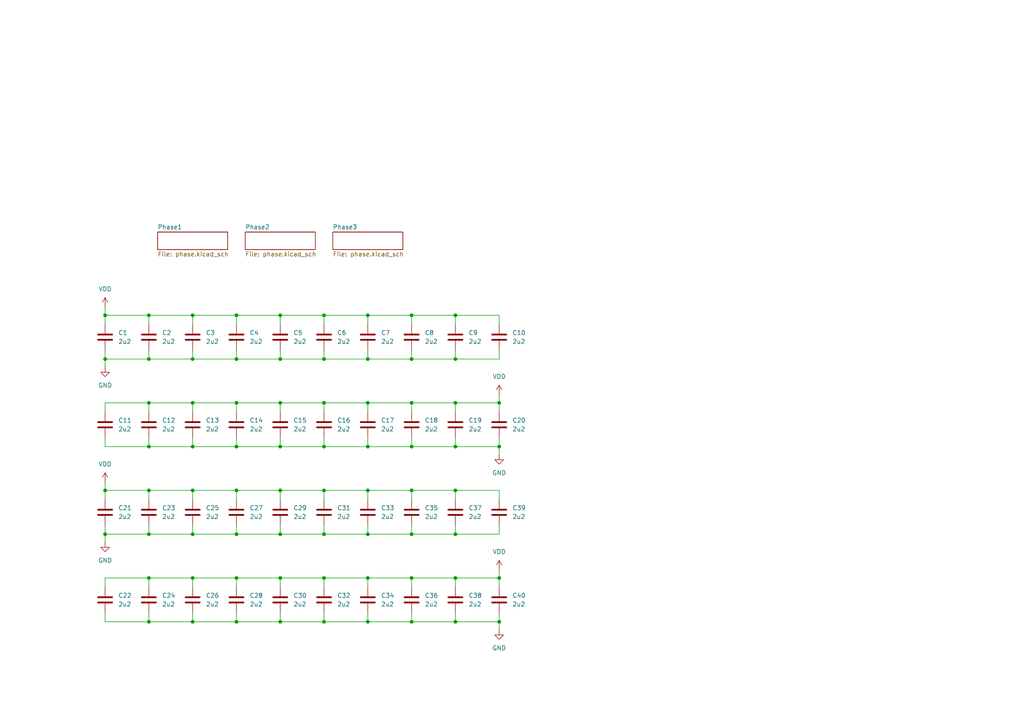
<source format=kicad_sch>
(kicad_sch (version 20250114) (generator "eeschema") (generator_version "9.0")
  (paper "A4")
  (lib_symbols
    (symbol "Device:C" (pin_numbers (hide yes)) (pin_names (offset 0.254))
      (property "Reference" "C" (at 0.635 2.54 0))
      (property "Value" "C" (at 0.635 -2.54 0))
      (symbol "C_0_1"
        (polyline (pts (xy -2.032 0.762) (xy 2.032 0.762)) (stroke (width 0.508)))
        (polyline (pts (xy -2.032 -0.762) (xy 2.032 -0.762)) (stroke (width 0.508)))
      )
      (symbol "C_1_1"
        (pin passive line (at 0 3.81 270) (length 2.794) (name "~") (number "1"))
        (pin passive line (at 0 -3.81 90) (length 2.794) (name "~") (number "2"))
      )
    )
    (symbol "power:GND" (power) (pin_numbers (hide yes)) (pin_names (offset 0) (hide yes))
      (property "Value" "GND" (at 0 -3.81 0))
      (symbol "GND_0_1"
        (polyline (pts (xy 0 0) (xy 0 -1.27) (xy 1.27 -1.27) (xy 0 -2.54) (xy -1.27 -1.27) (xy 0 -1.27)))
      )
      (symbol "GND_1_1"
        (pin power_in line (at 0 0 270) (length 0) (name "~") (number "1"))
      )
    )
    (symbol "power:VDD" (power) (pin_numbers (hide yes)) (pin_names (offset 0) (hide yes))
      (property "Value" "VDD" (at 0 3.556 0))
      (symbol "VDD_0_1"
        (polyline (pts (xy -0.762 1.27) (xy 0 2.54)))
        (polyline (pts (xy 0 2.54) (xy 0.762 1.27)))
        (polyline (pts (xy 0 0) (xy 0 2.54)))
      )
      (symbol "VDD_1_1"
        (pin power_in line (at 0 0 90) (length 0) (name "~") (number "1"))
      )
    )
  )
  (junction (at 68.58 91.44))
  (junction (at 132.08 154.94))
  (junction (at 93.98 180.34))
  (junction (at 30.48 91.44))
  (junction (at 43.18 91.44))
  (junction (at 55.88 129.54))
  (junction (at 55.88 104.14))
  (junction (at 43.18 154.94))
  (junction (at 43.18 142.24))
  (junction (at 106.68 129.54))
  (junction (at 81.28 167.64))
  (junction (at 144.78 129.54))
  (junction (at 132.08 129.54))
  (junction (at 68.58 116.84))
  (junction (at 81.28 129.54))
  (junction (at 119.38 116.84))
  (junction (at 119.38 180.34))
  (junction (at 68.58 142.24))
  (junction (at 106.68 180.34))
  (junction (at 119.38 142.24))
  (junction (at 55.88 154.94))
  (junction (at 30.48 104.14))
  (junction (at 93.98 167.64))
  (junction (at 119.38 104.14))
  (junction (at 93.98 91.44))
  (junction (at 43.18 129.54))
  (junction (at 119.38 129.54))
  (junction (at 144.78 116.84))
  (junction (at 93.98 142.24))
  (junction (at 132.08 142.24))
  (junction (at 55.88 167.64))
  (junction (at 106.68 104.14))
  (junction (at 93.98 104.14))
  (junction (at 132.08 91.44))
  (junction (at 43.18 116.84))
  (junction (at 81.28 116.84))
  (junction (at 55.88 91.44))
  (junction (at 106.68 91.44))
  (junction (at 119.38 91.44))
  (junction (at 144.78 167.64))
  (junction (at 55.88 142.24))
  (junction (at 144.78 180.34))
  (junction (at 93.98 116.84))
  (junction (at 106.68 167.64))
  (junction (at 68.58 154.94))
  (junction (at 81.28 104.14))
  (junction (at 93.98 154.94))
  (junction (at 43.18 180.34))
  (junction (at 106.68 142.24))
  (junction (at 43.18 167.64))
  (junction (at 81.28 91.44))
  (junction (at 30.48 142.24))
  (junction (at 106.68 116.84))
  (junction (at 132.08 167.64))
  (junction (at 55.88 116.84))
  (junction (at 132.08 116.84))
  (junction (at 106.68 154.94))
  (junction (at 119.38 154.94))
  (junction (at 132.08 180.34))
  (junction (at 68.58 167.64))
  (junction (at 68.58 104.14))
  (junction (at 43.18 104.14))
  (junction (at 93.98 129.54))
  (junction (at 132.08 104.14))
  (junction (at 55.88 180.34))
  (junction (at 119.38 167.64))
  (junction (at 68.58 129.54))
  (junction (at 68.58 180.34))
  (junction (at 81.28 142.24))
  (junction (at 30.48 154.94))
  (junction (at 81.28 154.94))
  (junction (at 81.28 180.34))
  (wire (pts (xy 144.78 119.38) (xy 144.78 116.84)))
  (wire (pts (xy 43.18 91.44) (xy 55.88 91.44)))
  (wire (pts (xy 106.68 129.54) (xy 106.68 127)))
  (wire (pts (xy 106.68 180.34) (xy 119.38 180.34)))
  (wire (pts (xy 68.58 116.84) (xy 81.28 116.84)))
  (wire (pts (xy 43.18 129.54) (xy 43.18 127)))
  (wire (pts (xy 93.98 167.64) (xy 93.98 170.18)))
  (wire (pts (xy 119.38 142.24) (xy 119.38 144.78)))
  (wire (pts (xy 81.28 142.24) (xy 81.28 144.78)))
  (wire (pts (xy 68.58 142.24) (xy 81.28 142.24)))
  (wire (pts (xy 30.48 116.84) (xy 30.48 119.38)))
  (wire (pts (xy 43.18 142.24) (xy 55.88 142.24)))
  (wire (pts (xy 30.48 104.14) (xy 30.48 106.68)))
  (wire (pts (xy 68.58 154.94) (xy 81.28 154.94)))
  (wire (pts (xy 55.88 91.44) (xy 55.88 93.98)))
  (wire (pts (xy 81.28 142.24) (xy 93.98 142.24)))
  (wire (pts (xy 30.48 142.24) (xy 43.18 142.24)))
  (wire (pts (xy 81.28 154.94) (xy 93.98 154.94)))
  (wire (pts (xy 68.58 116.84) (xy 68.58 119.38)))
  (wire (pts (xy 30.48 91.44) (xy 43.18 91.44)))
  (wire (pts (xy 93.98 116.84) (xy 93.98 119.38)))
  (wire (pts (xy 30.48 180.34) (xy 43.18 180.34)))
  (wire (pts (xy 81.28 167.64) (xy 93.98 167.64)))
  (wire (pts (xy 106.68 167.64) (xy 106.68 170.18)))
  (wire (pts (xy 106.68 104.14) (xy 119.38 104.14)))
  (wire (pts (xy 106.68 116.84) (xy 119.38 116.84)))
  (wire (pts (xy 106.68 91.44) (xy 106.68 93.98)))
  (wire (pts (xy 144.78 114.3) (xy 144.78 116.84)))
  (wire (pts (xy 106.68 129.54) (xy 119.38 129.54)))
  (wire (pts (xy 30.48 154.94) (xy 43.18 154.94)))
  (wire (pts (xy 81.28 129.54) (xy 81.28 127)))
  (wire (pts (xy 55.88 154.94) (xy 43.18 154.94)))
  (wire (pts (xy 132.08 129.54) (xy 132.08 127)))
  (wire (pts (xy 55.88 167.64) (xy 68.58 167.64)))
  (wire (pts (xy 93.98 127) (xy 93.98 129.54)))
  (wire (pts (xy 144.78 167.64) (xy 132.08 167.64)))
  (wire (pts (xy 93.98 142.24) (xy 93.98 144.78)))
  (wire (pts (xy 30.48 152.4) (xy 30.48 154.94)))
  (wire (pts (xy 132.08 167.64) (xy 132.08 170.18)))
  (wire (pts (xy 55.88 142.24) (xy 68.58 142.24)))
  (wire (pts (xy 119.38 167.64) (xy 119.38 170.18)))
  (wire (pts (xy 81.28 154.94) (xy 81.28 152.4)))
  (wire (pts (xy 106.68 116.84) (xy 106.68 119.38)))
  (wire (pts (xy 30.48 127) (xy 30.48 129.54)))
  (wire (pts (xy 144.78 116.84) (xy 132.08 116.84)))
  (wire (pts (xy 81.28 116.84) (xy 93.98 116.84)))
  (wire (pts (xy 43.18 116.84) (xy 55.88 116.84)))
  (wire (pts (xy 30.48 129.54) (xy 43.18 129.54)))
  (wire (pts (xy 55.88 154.94) (xy 68.58 154.94)))
  (wire (pts (xy 30.48 142.24) (xy 30.48 144.78)))
  (wire (pts (xy 132.08 180.34) (xy 119.38 180.34)))
  (wire (pts (xy 81.28 180.34) (xy 93.98 180.34)))
  (wire (pts (xy 106.68 154.94) (xy 106.68 152.4)))
  (wire (pts (xy 119.38 104.14) (xy 119.38 101.6)))
  (wire (pts (xy 93.98 91.44) (xy 106.68 91.44)))
  (wire (pts (xy 43.18 167.64) (xy 43.18 170.18)))
  (wire (pts (xy 106.68 180.34) (xy 106.68 177.8)))
  (wire (pts (xy 144.78 129.54) (xy 144.78 132.08)))
  (wire (pts (xy 43.18 104.14) (xy 43.18 101.6)))
  (wire (pts (xy 106.68 129.54) (xy 93.98 129.54)))
  (wire (pts (xy 68.58 91.44) (xy 68.58 93.98)))
  (wire (pts (xy 30.48 88.9) (xy 30.48 91.44)))
  (wire (pts (xy 106.68 91.44) (xy 119.38 91.44)))
  (wire (pts (xy 68.58 167.64) (xy 81.28 167.64)))
  (wire (pts (xy 43.18 142.24) (xy 43.18 144.78)))
  (wire (pts (xy 144.78 129.54) (xy 144.78 127)))
  (wire (pts (xy 119.38 104.14) (xy 132.08 104.14)))
  (wire (pts (xy 132.08 154.94) (xy 144.78 154.94)))
  (wire (pts (xy 81.28 116.84) (xy 81.28 119.38)))
  (wire (pts (xy 68.58 180.34) (xy 81.28 180.34)))
  (wire (pts (xy 106.68 104.14) (xy 106.68 101.6)))
  (wire (pts (xy 119.38 116.84) (xy 119.38 119.38)))
  (wire (pts (xy 93.98 177.8) (xy 93.98 180.34)))
  (wire (pts (xy 144.78 104.14) (xy 144.78 101.6)))
  (wire (pts (xy 55.88 101.6) (xy 55.88 104.14)))
  (wire (pts (xy 55.88 142.24) (xy 55.88 144.78)))
  (wire (pts (xy 144.78 93.98) (xy 144.78 91.44)))
  (wire (pts (xy 81.28 91.44) (xy 93.98 91.44)))
  (wire (pts (xy 119.38 154.94) (xy 132.08 154.94)))
  (wire (pts (xy 132.08 154.94) (xy 132.08 152.4)))
  (wire (pts (xy 81.28 167.64) (xy 81.28 170.18)))
  (wire (pts (xy 93.98 104.14) (xy 106.68 104.14)))
  (wire (pts (xy 30.48 101.6) (xy 30.48 104.14)))
  (wire (pts (xy 132.08 180.34) (xy 132.08 177.8)))
  (wire (pts (xy 55.88 177.8) (xy 55.88 180.34)))
  (wire (pts (xy 144.78 180.34) (xy 144.78 182.88)))
  (wire (pts (xy 43.18 180.34) (xy 43.18 177.8)))
  (wire (pts (xy 55.88 116.84) (xy 55.88 119.38)))
  (wire (pts (xy 55.88 180.34) (xy 68.58 180.34)))
  (wire (pts (xy 119.38 154.94) (xy 119.38 152.4)))
  (wire (pts (xy 106.68 154.94) (xy 119.38 154.94)))
  (wire (pts (xy 68.58 91.44) (xy 81.28 91.44)))
  (wire (pts (xy 132.08 104.14) (xy 132.08 101.6)))
  (wire (pts (xy 55.88 116.84) (xy 68.58 116.84)))
  (wire (pts (xy 55.88 152.4) (xy 55.88 154.94)))
  (wire (pts (xy 81.28 104.14) (xy 81.28 101.6)))
  (wire (pts (xy 106.68 167.64) (xy 93.98 167.64)))
  (wire (pts (xy 43.18 116.84) (xy 43.18 119.38)))
  (wire (pts (xy 144.78 154.94) (xy 144.78 152.4)))
  (wire (pts (xy 55.88 91.44) (xy 68.58 91.44)))
  (wire (pts (xy 106.68 180.34) (xy 93.98 180.34)))
  (wire (pts (xy 43.18 91.44) (xy 43.18 93.98)))
  (wire (pts (xy 55.88 167.64) (xy 55.88 170.18)))
  (wire (pts (xy 43.18 167.64) (xy 55.88 167.64)))
  (wire (pts (xy 93.98 91.44) (xy 93.98 93.98)))
  (wire (pts (xy 106.68 142.24) (xy 106.68 144.78)))
  (wire (pts (xy 132.08 104.14) (xy 144.78 104.14)))
  (wire (pts (xy 132.08 91.44) (xy 144.78 91.44)))
  (wire (pts (xy 132.08 180.34) (xy 144.78 180.34)))
  (wire (pts (xy 132.08 129.54) (xy 119.38 129.54)))
  (wire (pts (xy 68.58 129.54) (xy 81.28 129.54)))
  (wire (pts (xy 30.48 177.8) (xy 30.48 180.34)))
  (wire (pts (xy 119.38 91.44) (xy 132.08 91.44)))
  (wire (pts (xy 93.98 101.6) (xy 93.98 104.14)))
  (wire (pts (xy 30.48 167.64) (xy 43.18 167.64)))
  (wire (pts (xy 68.58 154.94) (xy 68.58 152.4)))
  (wire (pts (xy 106.68 142.24) (xy 119.38 142.24)))
  (wire (pts (xy 55.88 129.54) (xy 43.18 129.54)))
  (wire (pts (xy 119.38 167.64) (xy 132.08 167.64)))
  (wire (pts (xy 30.48 139.7) (xy 30.48 142.24)))
  (wire (pts (xy 144.78 170.18) (xy 144.78 167.64)))
  (wire (pts (xy 144.78 180.34) (xy 144.78 177.8)))
  (wire (pts (xy 119.38 142.24) (xy 132.08 142.24)))
  (wire (pts (xy 132.08 142.24) (xy 132.08 144.78)))
  (wire (pts (xy 55.88 104.14) (xy 43.18 104.14)))
  (wire (pts (xy 106.68 116.84) (xy 93.98 116.84)))
  (wire (pts (xy 30.48 116.84) (xy 43.18 116.84)))
  (wire (pts (xy 132.08 142.24) (xy 144.78 142.24)))
  (wire (pts (xy 68.58 142.24) (xy 68.58 144.78)))
  (wire (pts (xy 132.08 129.54) (xy 144.78 129.54)))
  (wire (pts (xy 68.58 167.64) (xy 68.58 170.18)))
  (wire (pts (xy 106.68 167.64) (xy 119.38 167.64)))
  (wire (pts (xy 119.38 116.84) (xy 132.08 116.84)))
  (wire (pts (xy 93.98 152.4) (xy 93.98 154.94)))
  (wire (pts (xy 68.58 180.34) (xy 68.58 177.8)))
  (wire (pts (xy 81.28 104.14) (xy 93.98 104.14)))
  (wire (pts (xy 81.28 91.44) (xy 81.28 93.98)))
  (wire (pts (xy 119.38 180.34) (xy 119.38 177.8)))
  (wire (pts (xy 93.98 142.24) (xy 106.68 142.24)))
  (wire (pts (xy 132.08 91.44) (xy 132.08 93.98)))
  (wire (pts (xy 55.88 129.54) (xy 68.58 129.54)))
  (wire (pts (xy 30.48 91.44) (xy 30.48 93.98)))
  (wire (pts (xy 144.78 165.1) (xy 144.78 167.64)))
  (wire (pts (xy 132.08 116.84) (xy 132.08 119.38)))
  (wire (pts (xy 81.28 180.34) (xy 81.28 177.8)))
  (wire (pts (xy 68.58 104.14) (xy 68.58 101.6)))
  (wire (pts (xy 55.88 104.14) (xy 68.58 104.14)))
  (wire (pts (xy 30.48 104.14) (xy 43.18 104.14)))
  (wire (pts (xy 81.28 129.54) (xy 93.98 129.54)))
  (wire (pts (xy 30.48 154.94) (xy 30.48 157.48)))
  (wire (pts (xy 68.58 129.54) (xy 68.58 127)))
  (wire (pts (xy 55.88 127) (xy 55.88 129.54)))
  (wire (pts (xy 30.48 167.64) (xy 30.48 170.18)))
  (wire (pts (xy 55.88 180.34) (xy 43.18 180.34)))
  (wire (pts (xy 119.38 91.44) (xy 119.38 93.98)))
  (wire (pts (xy 93.98 154.94) (xy 106.68 154.94)))
  (wire (pts (xy 43.18 154.94) (xy 43.18 152.4)))
  (wire (pts (xy 68.58 104.14) (xy 81.28 104.14)))
  (wire (pts (xy 119.38 129.54) (xy 119.38 127)))
  (wire (pts (xy 144.78 144.78) (xy 144.78 142.24)))
  (symbol (lib_id "power:VDD") (at 30.48 88.9 0) (unit 1)
    (property "Reference" "#PWR08" (effects (hide yes)))
    (property "Value" "VDD" (at 30.48 83.82 0))
    (property "Description" "Power symbol creates a global label with name \"VDD\"" (effects (hide yes)))
  )
  (symbol (lib_id "Device:C") (at 55.88 123.19 0) (unit 1)
    (property "Reference" "C13" (at 59.69 121.9199 0) (effects (justify left)))
    (property "Value" "2u2" (at 59.69 124.4599 0) (effects (justify left)))
    (property "Footprint" "Capacitor_SMD:C_1206_3216Metric" (effects (hide yes)))
    (property "Description" "Unpolarized capacitor" (effects (hide yes)))
    (property "LCSC" "C920964" (effects (hide yes)))
  )
  (symbol (lib_id "Device:C") (at 43.18 123.19 0) (unit 1)
    (property "Reference" "C12" (at 46.99 121.9199 0) (effects (justify left)))
    (property "Value" "2u2" (at 46.99 124.4599 0) (effects (justify left)))
    (property "Footprint" "Capacitor_SMD:C_1206_3216Metric" (effects (hide yes)))
    (property "Description" "Unpolarized capacitor" (effects (hide yes)))
    (property "LCSC" "C920964" (effects (hide yes)))
  )
  (symbol (lib_id "Device:C") (at 68.58 148.59 0) (unit 1)
    (property "Reference" "C27" (at 72.39 147.3199 0) (effects (justify left)))
    (property "Value" "2u2" (at 72.39 149.8599 0) (effects (justify left)))
    (property "Footprint" "Capacitor_SMD:C_1206_3216Metric" (effects (hide yes)))
    (property "Description" "Unpolarized capacitor" (effects (hide yes)))
    (property "LCSC" "C920964" (effects (hide yes)))
  )
  (symbol (lib_id "Device:C") (at 119.38 97.79 0) (unit 1)
    (property "Reference" "C8" (at 123.19 96.5199 0) (effects (justify left)))
    (property "Value" "2u2" (at 123.19 99.0599 0) (effects (justify left)))
    (property "Footprint" "Capacitor_SMD:C_1206_3216Metric" (effects (hide yes)))
    (property "Description" "Unpolarized capacitor" (effects (hide yes)))
    (property "LCSC" "C920964" (effects (hide yes)))
  )
  (symbol (lib_id "Device:C") (at 68.58 173.99 0) (unit 1)
    (property "Reference" "C28" (at 72.39 172.7199 0) (effects (justify left)))
    (property "Value" "2u2" (at 72.39 175.2599 0) (effects (justify left)))
    (property "Footprint" "Capacitor_SMD:C_1206_3216Metric" (effects (hide yes)))
    (property "Description" "Unpolarized capacitor" (effects (hide yes)))
    (property "LCSC" "C920964" (effects (hide yes)))
  )
  (symbol (lib_id "Device:C") (at 106.68 173.99 0) (unit 1)
    (property "Reference" "C34" (at 110.49 172.7199 0) (effects (justify left)))
    (property "Value" "2u2" (at 110.49 175.2599 0) (effects (justify left)))
    (property "Footprint" "Capacitor_SMD:C_1206_3216Metric" (effects (hide yes)))
    (property "Description" "Unpolarized capacitor" (effects (hide yes)))
    (property "LCSC" "C920964" (effects (hide yes)))
  )
  (symbol (lib_id "Device:C") (at 106.68 148.59 0) (unit 1)
    (property "Reference" "C33" (at 110.49 147.3199 0) (effects (justify left)))
    (property "Value" "2u2" (at 110.49 149.8599 0) (effects (justify left)))
    (property "Footprint" "Capacitor_SMD:C_1206_3216Metric" (effects (hide yes)))
    (property "Description" "Unpolarized capacitor" (effects (hide yes)))
    (property "LCSC" "C920964" (effects (hide yes)))
  )
  (symbol (lib_id "Device:C") (at 144.78 123.19 0) (unit 1)
    (property "Reference" "C20" (at 148.59 121.9199 0) (effects (justify left)))
    (property "Value" "2u2" (at 148.59 124.4599 0) (effects (justify left)))
    (property "Footprint" "Capacitor_SMD:C_1206_3216Metric" (effects (hide yes)))
    (property "Description" "Unpolarized capacitor" (effects (hide yes)))
    (property "LCSC" "C920964" (effects (hide yes)))
  )
  (symbol (lib_id "Device:C") (at 93.98 173.99 0) (unit 1)
    (property "Reference" "C32" (at 97.79 172.7199 0) (effects (justify left)))
    (property "Value" "2u2" (at 97.79 175.2599 0) (effects (justify left)))
    (property "Footprint" "Capacitor_SMD:C_1206_3216Metric" (effects (hide yes)))
    (property "Description" "Unpolarized capacitor" (effects (hide yes)))
    (property "LCSC" "C920964" (effects (hide yes)))
  )
  (symbol (lib_id "power:GND") (at 144.78 182.88 0) (unit 1)
    (property "Reference" "#PWR014" (effects (hide yes)))
    (property "Value" "GND" (at 144.78 187.96 0))
    (property "Description" "Power symbol creates a global label with name \"GND\" , ground" (effects (hide yes)))
  )
  (symbol (lib_id "Device:C") (at 55.88 173.99 0) (unit 1)
    (property "Reference" "C26" (at 59.69 172.7199 0) (effects (justify left)))
    (property "Value" "2u2" (at 59.69 175.2599 0) (effects (justify left)))
    (property "Footprint" "Capacitor_SMD:C_1206_3216Metric" (effects (hide yes)))
    (property "Description" "Unpolarized capacitor" (effects (hide yes)))
    (property "LCSC" "C920964" (effects (hide yes)))
  )
  (symbol (lib_id "Device:C") (at 93.98 148.59 0) (unit 1)
    (property "Reference" "C31" (at 97.79 147.3199 0) (effects (justify left)))
    (property "Value" "2u2" (at 97.79 149.8599 0) (effects (justify left)))
    (property "Footprint" "Capacitor_SMD:C_1206_3216Metric" (effects (hide yes)))
    (property "Description" "Unpolarized capacitor" (effects (hide yes)))
    (property "LCSC" "C920964" (effects (hide yes)))
  )
  (symbol (lib_id "Device:C") (at 81.28 148.59 0) (unit 1)
    (property "Reference" "C29" (at 85.09 147.3199 0) (effects (justify left)))
    (property "Value" "2u2" (at 85.09 149.8599 0) (effects (justify left)))
    (property "Footprint" "Capacitor_SMD:C_1206_3216Metric" (effects (hide yes)))
    (property "Description" "Unpolarized capacitor" (effects (hide yes)))
    (property "LCSC" "C920964" (effects (hide yes)))
  )
  (symbol (lib_id "Device:C") (at 55.88 148.59 0) (unit 1)
    (property "Reference" "C25" (at 59.69 147.3199 0) (effects (justify left)))
    (property "Value" "2u2" (at 59.69 149.8599 0) (effects (justify left)))
    (property "Footprint" "Capacitor_SMD:C_1206_3216Metric" (effects (hide yes)))
    (property "Description" "Unpolarized capacitor" (effects (hide yes)))
    (property "LCSC" "C920964" (effects (hide yes)))
  )
  (symbol (lib_id "Device:C") (at 132.08 148.59 0) (unit 1)
    (property "Reference" "C37" (at 135.89 147.3199 0) (effects (justify left)))
    (property "Value" "2u2" (at 135.89 149.8599 0) (effects (justify left)))
    (property "Footprint" "Capacitor_SMD:C_1206_3216Metric" (effects (hide yes)))
    (property "Description" "Unpolarized capacitor" (effects (hide yes)))
    (property "LCSC" "C920964" (effects (hide yes)))
  )
  (symbol (lib_id "Device:C") (at 30.48 123.19 0) (unit 1)
    (property "Reference" "C11" (at 34.29 121.9199 0) (effects (justify left)))
    (property "Value" "2u2" (at 34.29 124.4599 0) (effects (justify left)))
    (property "Footprint" "Capacitor_SMD:C_1206_3216Metric" (effects (hide yes)))
    (property "Description" "Unpolarized capacitor" (effects (hide yes)))
    (property "LCSC" "C920964" (effects (hide yes)))
  )
  (symbol (lib_id "Device:C") (at 144.78 148.59 0) (unit 1)
    (property "Reference" "C39" (at 148.59 147.3199 0) (effects (justify left)))
    (property "Value" "2u2" (at 148.59 149.8599 0) (effects (justify left)))
    (property "Footprint" "Capacitor_SMD:C_1206_3216Metric" (effects (hide yes)))
    (property "Description" "Unpolarized capacitor" (effects (hide yes)))
    (property "LCSC" "C920964" (effects (hide yes)))
  )
  (symbol (lib_id "Device:C") (at 144.78 173.99 0) (unit 1)
    (property "Reference" "C40" (at 148.59 172.7199 0) (effects (justify left)))
    (property "Value" "2u2" (at 148.59 175.2599 0) (effects (justify left)))
    (property "Footprint" "Capacitor_SMD:C_1206_3216Metric" (effects (hide yes)))
    (property "Description" "Unpolarized capacitor" (effects (hide yes)))
    (property "LCSC" "C920964" (effects (hide yes)))
  )
  (symbol (lib_id "Device:C") (at 119.38 123.19 0) (unit 1)
    (property "Reference" "C18" (at 123.19 121.9199 0) (effects (justify left)))
    (property "Value" "2u2" (at 123.19 124.4599 0) (effects (justify left)))
    (property "Footprint" "Capacitor_SMD:C_1206_3216Metric" (effects (hide yes)))
    (property "Description" "Unpolarized capacitor" (effects (hide yes)))
    (property "LCSC" "C920964" (effects (hide yes)))
  )
  (symbol (lib_id "Device:C") (at 43.18 148.59 0) (unit 1)
    (property "Reference" "C23" (at 46.99 147.3199 0) (effects (justify left)))
    (property "Value" "2u2" (at 46.99 149.8599 0) (effects (justify left)))
    (property "Footprint" "Capacitor_SMD:C_1206_3216Metric" (effects (hide yes)))
    (property "Description" "Unpolarized capacitor" (effects (hide yes)))
    (property "LCSC" "C920964" (effects (hide yes)))
  )
  (symbol (lib_id "Device:C") (at 106.68 97.79 0) (unit 1)
    (property "Reference" "C7" (at 110.49 96.5199 0) (effects (justify left)))
    (property "Value" "2u2" (at 110.49 99.0599 0) (effects (justify left)))
    (property "Footprint" "Capacitor_SMD:C_1206_3216Metric" (effects (hide yes)))
    (property "Description" "Unpolarized capacitor" (effects (hide yes)))
    (property "LCSC" "C920964" (effects (hide yes)))
  )
  (symbol (lib_id "Device:C") (at 132.08 123.19 0) (unit 1)
    (property "Reference" "C19" (at 135.89 121.9199 0) (effects (justify left)))
    (property "Value" "2u2" (at 135.89 124.4599 0) (effects (justify left)))
    (property "Footprint" "Capacitor_SMD:C_1206_3216Metric" (effects (hide yes)))
    (property "Description" "Unpolarized capacitor" (effects (hide yes)))
    (property "LCSC" "C920964" (effects (hide yes)))
  )
  (symbol (lib_id "Device:C") (at 132.08 97.79 0) (unit 1)
    (property "Reference" "C9" (at 135.89 96.5199 0) (effects (justify left)))
    (property "Value" "2u2" (at 135.89 99.0599 0) (effects (justify left)))
    (property "Footprint" "Capacitor_SMD:C_1206_3216Metric" (effects (hide yes)))
    (property "Description" "Unpolarized capacitor" (effects (hide yes)))
    (property "LCSC" "C920964" (effects (hide yes)))
  )
  (symbol (lib_id "Device:C") (at 132.08 173.99 0) (unit 1)
    (property "Reference" "C38" (at 135.89 172.7199 0) (effects (justify left)))
    (property "Value" "2u2" (at 135.89 175.2599 0) (effects (justify left)))
    (property "Footprint" "Capacitor_SMD:C_1206_3216Metric" (effects (hide yes)))
    (property "Description" "Unpolarized capacitor" (effects (hide yes)))
    (property "LCSC" "C920964" (effects (hide yes)))
  )
  (symbol (lib_id "Device:C") (at 81.28 123.19 0) (unit 1)
    (property "Reference" "C15" (at 85.09 121.9199 0) (effects (justify left)))
    (property "Value" "2u2" (at 85.09 124.4599 0) (effects (justify left)))
    (property "Footprint" "Capacitor_SMD:C_1206_3216Metric" (effects (hide yes)))
    (property "Description" "Unpolarized capacitor" (effects (hide yes)))
    (property "LCSC" "C920964" (effects (hide yes)))
  )
  (symbol (lib_id "power:VDD") (at 144.78 165.1 0) (unit 1)
    (property "Reference" "#PWR013" (effects (hide yes)))
    (property "Value" "VDD" (at 144.78 160.02 0))
    (property "Description" "Power symbol creates a global label with name \"VDD\"" (effects (hide yes)))
  )
  (symbol (lib_id "power:GND") (at 144.78 132.08 0) (unit 1)
    (property "Reference" "#PWR010" (effects (hide yes)))
    (property "Value" "GND" (at 144.78 137.16 0))
    (property "Description" "Power symbol creates a global label with name \"GND\" , ground" (effects (hide yes)))
  )
  (symbol (lib_id "Device:C") (at 43.18 173.99 0) (unit 1)
    (property "Reference" "C24" (at 46.99 172.7199 0) (effects (justify left)))
    (property "Value" "2u2" (at 46.99 175.2599 0) (effects (justify left)))
    (property "Footprint" "Capacitor_SMD:C_1206_3216Metric" (effects (hide yes)))
    (property "Description" "Unpolarized capacitor" (effects (hide yes)))
    (property "LCSC" "C920964" (effects (hide yes)))
  )
  (symbol (lib_id "Device:C") (at 30.48 173.99 0) (unit 1)
    (property "Reference" "C22" (at 34.29 172.7199 0) (effects (justify left)))
    (property "Value" "2u2" (at 34.29 175.2599 0) (effects (justify left)))
    (property "Footprint" "Capacitor_SMD:C_1206_3216Metric" (effects (hide yes)))
    (property "Description" "Unpolarized capacitor" (effects (hide yes)))
    (property "LCSC" "C920964" (effects (hide yes)))
  )
  (symbol (lib_id "Device:C") (at 43.18 97.79 0) (unit 1)
    (property "Reference" "C2" (at 46.99 96.5199 0) (effects (justify left)))
    (property "Value" "2u2" (at 46.99 99.0599 0) (effects (justify left)))
    (property "Footprint" "Capacitor_SMD:C_1206_3216Metric" (effects (hide yes)))
    (property "Description" "Unpolarized capacitor" (effects (hide yes)))
    (property "LCSC" "C920964" (effects (hide yes)))
  )
  (symbol (lib_id "Device:C") (at 106.68 123.19 0) (unit 1)
    (property "Reference" "C17" (at 110.49 121.9199 0) (effects (justify left)))
    (property "Value" "2u2" (at 110.49 124.4599 0) (effects (justify left)))
    (property "Footprint" "Capacitor_SMD:C_1206_3216Metric" (effects (hide yes)))
    (property "Description" "Unpolarized capacitor" (effects (hide yes)))
    (property "LCSC" "C920964" (effects (hide yes)))
  )
  (symbol (lib_id "power:VDD") (at 144.78 114.3 0) (unit 1)
    (property "Reference" "#PWR09" (effects (hide yes)))
    (property "Value" "VDD" (at 144.78 109.22 0))
    (property "Description" "Power symbol creates a global label with name \"VDD\"" (effects (hide yes)))
  )
  (symbol (lib_id "Device:C") (at 68.58 97.79 0) (unit 1)
    (property "Reference" "C4" (at 72.39 96.5199 0) (effects (justify left)))
    (property "Value" "2u2" (at 72.39 99.0599 0) (effects (justify left)))
    (property "Footprint" "Capacitor_SMD:C_1206_3216Metric" (effects (hide yes)))
    (property "Description" "Unpolarized capacitor" (effects (hide yes)))
    (property "LCSC" "C920964" (effects (hide yes)))
  )
  (symbol (lib_id "Device:C") (at 30.48 148.59 0) (unit 1)
    (property "Reference" "C21" (at 34.29 147.3199 0) (effects (justify left)))
    (property "Value" "2u2" (at 34.29 149.8599 0) (effects (justify left)))
    (property "Footprint" "Capacitor_SMD:C_1206_3216Metric" (effects (hide yes)))
    (property "Description" "Unpolarized capacitor" (effects (hide yes)))
    (property "LCSC" "C920964" (effects (hide yes)))
  )
  (symbol (lib_id "Device:C") (at 119.38 148.59 0) (unit 1)
    (property "Reference" "C35" (at 123.19 147.3199 0) (effects (justify left)))
    (property "Value" "2u2" (at 123.19 149.8599 0) (effects (justify left)))
    (property "Footprint" "Capacitor_SMD:C_1206_3216Metric" (effects (hide yes)))
    (property "Description" "Unpolarized capacitor" (effects (hide yes)))
    (property "LCSC" "C920964" (effects (hide yes)))
  )
  (symbol (lib_id "power:GND") (at 30.48 106.68 0) (unit 1)
    (property "Reference" "#PWR07" (effects (hide yes)))
    (property "Value" "GND" (at 30.48 111.76 0))
    (property "Description" "Power symbol creates a global label with name \"GND\" , ground" (effects (hide yes)))
  )
  (symbol (lib_id "Device:C") (at 30.48 97.79 0) (unit 1)
    (property "Reference" "C1" (at 34.29 96.5199 0) (effects (justify left)))
    (property "Value" "2u2" (at 34.29 99.0599 0) (effects (justify left)))
    (property "Footprint" "Capacitor_SMD:C_1206_3216Metric" (effects (hide yes)))
    (property "Description" "Unpolarized capacitor" (effects (hide yes)))
    (property "LCSC" "C920964" (effects (hide yes)))
  )
  (symbol (lib_id "Device:C") (at 55.88 97.79 0) (unit 1)
    (property "Reference" "C3" (at 59.69 96.5199 0) (effects (justify left)))
    (property "Value" "2u2" (at 59.69 99.0599 0) (effects (justify left)))
    (property "Footprint" "Capacitor_SMD:C_1206_3216Metric" (effects (hide yes)))
    (property "Description" "Unpolarized capacitor" (effects (hide yes)))
    (property "LCSC" "C920964" (effects (hide yes)))
  )
  (symbol (lib_id "Device:C") (at 68.58 123.19 0) (unit 1)
    (property "Reference" "C14" (at 72.39 121.9199 0) (effects (justify left)))
    (property "Value" "2u2" (at 72.39 124.4599 0) (effects (justify left)))
    (property "Footprint" "Capacitor_SMD:C_1206_3216Metric" (effects (hide yes)))
    (property "Description" "Unpolarized capacitor" (effects (hide yes)))
    (property "LCSC" "C920964" (effects (hide yes)))
  )
  (symbol (lib_id "Device:C") (at 93.98 97.79 0) (unit 1)
    (property "Reference" "C6" (at 97.79 96.5199 0) (effects (justify left)))
    (property "Value" "2u2" (at 97.79 99.0599 0) (effects (justify left)))
    (property "Footprint" "Capacitor_SMD:C_1206_3216Metric" (effects (hide yes)))
    (property "Description" "Unpolarized capacitor" (effects (hide yes)))
    (property "LCSC" "C920964" (effects (hide yes)))
  )
  (symbol (lib_id "Device:C") (at 93.98 123.19 0) (unit 1)
    (property "Reference" "C16" (at 97.79 121.9199 0) (effects (justify left)))
    (property "Value" "2u2" (at 97.79 124.4599 0) (effects (justify left)))
    (property "Footprint" "Capacitor_SMD:C_1206_3216Metric" (effects (hide yes)))
    (property "Description" "Unpolarized capacitor" (effects (hide yes)))
    (property "LCSC" "C920964" (effects (hide yes)))
  )
  (symbol (lib_id "Device:C") (at 144.78 97.79 0) (unit 1)
    (property "Reference" "C10" (at 148.59 96.5199 0) (effects (justify left)))
    (property "Value" "2u2" (at 148.59 99.0599 0) (effects (justify left)))
    (property "Footprint" "Capacitor_SMD:C_1206_3216Metric" (effects (hide yes)))
    (property "Description" "Unpolarized capacitor" (effects (hide yes)))
    (property "LCSC" "C920964" (effects (hide yes)))
  )
  (symbol (lib_id "Device:C") (at 119.38 173.99 0) (unit 1)
    (property "Reference" "C36" (at 123.19 172.7199 0) (effects (justify left)))
    (property "Value" "2u2" (at 123.19 175.2599 0) (effects (justify left)))
    (property "Footprint" "Capacitor_SMD:C_1206_3216Metric" (effects (hide yes)))
    (property "Description" "Unpolarized capacitor" (effects (hide yes)))
    (property "LCSC" "C920964" (effects (hide yes)))
  )
  (symbol (lib_id "Device:C") (at 81.28 173.99 0) (unit 1)
    (property "Reference" "C30" (at 85.09 172.7199 0) (effects (justify left)))
    (property "Value" "2u2" (at 85.09 175.2599 0) (effects (justify left)))
    (property "Footprint" "Capacitor_SMD:C_1206_3216Metric" (effects (hide yes)))
    (property "Description" "Unpolarized capacitor" (effects (hide yes)))
    (property "LCSC" "C920964" (effects (hide yes)))
  )
  (symbol (lib_id "power:GND") (at 30.48 157.48 0) (unit 1)
    (property "Reference" "#PWR012" (effects (hide yes)))
    (property "Value" "GND" (at 30.48 162.56 0))
    (property "Description" "Power symbol creates a global label with name \"GND\" , ground" (effects (hide yes)))
  )
  (symbol (lib_id "power:VDD") (at 30.48 139.7 0) (unit 1)
    (property "Reference" "#PWR011" (effects (hide yes)))
    (property "Value" "VDD" (at 30.48 134.62 0))
    (property "Description" "Power symbol creates a global label with name \"VDD\"" (effects (hide yes)))
  )
  (symbol (lib_id "Device:C") (at 81.28 97.79 0) (unit 1)
    (property "Reference" "C5" (at 85.09 96.5199 0) (effects (justify left)))
    (property "Value" "2u2" (at 85.09 99.0599 0) (effects (justify left)))
    (property "Footprint" "Capacitor_SMD:C_1206_3216Metric" (effects (hide yes)))
    (property "Description" "Unpolarized capacitor" (effects (hide yes)))
    (property "LCSC" "C920964" (effects (hide yes)))
  )
  (sheet (at 96.52 67.31) (size 20.32 5.08) (stroke (width 0.1524))
    (property "Sheetname" "Phase3" (at 96.52 66.5984 0) (effects (justify left bottom)))
    (property "Sheetfile" "phase.kicad_sch" (at 96.52 72.9746 0) (effects (justify left top)))
  )
  (sheet (at 45.72 67.31) (size 20.32 5.08) (stroke (width 0.1524))
    (property "Sheetname" "Phase1" (at 45.72 66.5984 0) (effects (justify left bottom)))
    (property "Sheetfile" "phase.kicad_sch" (at 45.72 72.9746 0) (effects (justify left top)))
  )
  (sheet (at 71.12 67.31) (size 20.32 5.08) (stroke (width 0.1524))
    (property "Sheetname" "Phase2" (at 71.12 66.5984 0) (effects (justify left bottom)))
    (property "Sheetfile" "phase.kicad_sch" (at 71.12 72.9746 0) (effects (justify left top)))
  )
)
</source>
